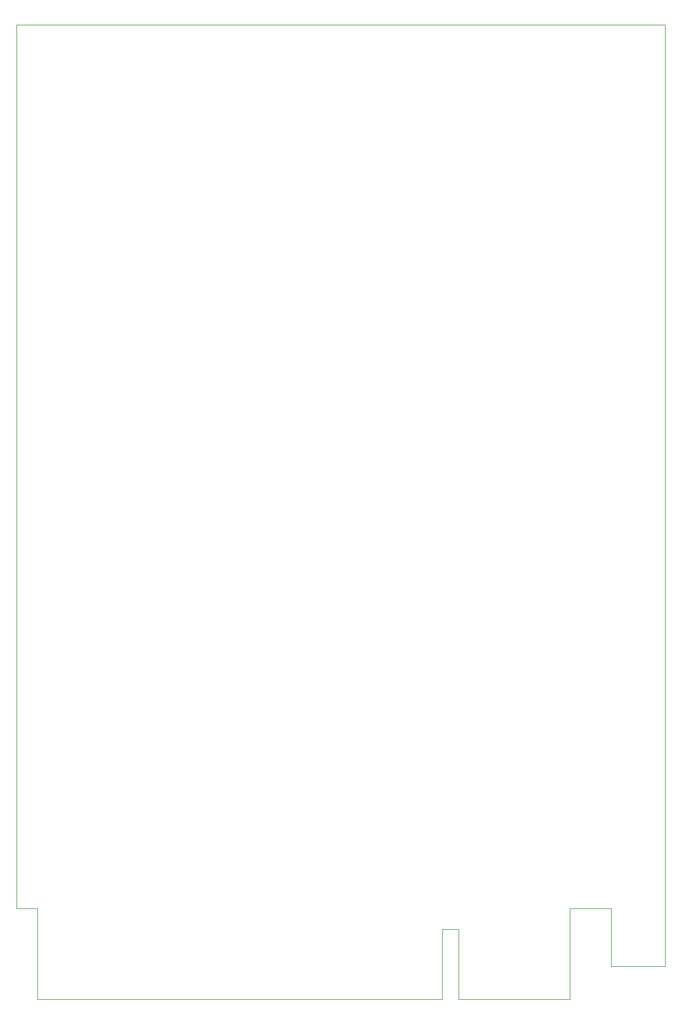
<source format=gbr>
G04 #@! TF.GenerationSoftware,KiCad,Pcbnew,5.99.0-unknown-bc0fc0b~88~ubuntu20.04.1*
G04 #@! TF.CreationDate,2020-05-08T18:16:53+02:00*
G04 #@! TF.ProjectId,beta128_r0.3,62657461-3132-4385-9f72-302e332e6b69,rev?*
G04 #@! TF.SameCoordinates,Original*
G04 #@! TF.FileFunction,Profile,NP*
%FSLAX46Y46*%
G04 Gerber Fmt 4.6, Leading zero omitted, Abs format (unit mm)*
G04 Created by KiCad (PCBNEW 5.99.0-unknown-bc0fc0b~88~ubuntu20.04.1) date 2020-05-08 18:16:53*
%MOMM*%
%LPD*%
G01*
G04 APERTURE LIST*
G04 #@! TA.AperFunction,Profile*
%ADD10C,0.100000*%
G04 #@! TD*
G04 APERTURE END LIST*
D10*
X123190000Y-170180000D02*
X129540000Y-170180000D01*
X38100000Y-170180000D02*
X41275000Y-170180000D01*
X123190000Y-184150000D02*
X123190000Y-170180000D01*
X106045000Y-184150000D02*
X123190000Y-184150000D01*
X106045000Y-173355000D02*
X106045000Y-184150000D01*
X103505000Y-173355000D02*
X106045000Y-173355000D01*
X103505000Y-184150000D02*
X103505000Y-173355000D01*
X41275000Y-184150000D02*
X103505000Y-184150000D01*
X41275000Y-170180000D02*
X41275000Y-184150000D01*
X137795000Y-170180000D02*
X137795000Y-171450000D01*
X137795000Y-179070000D02*
X137795000Y-171450000D01*
X129540000Y-179070000D02*
X129540000Y-170180000D01*
X137795000Y-179070000D02*
X129540000Y-179070000D01*
X38100000Y-170180000D02*
X38100000Y-34290000D01*
X137795000Y-34290000D02*
X38100000Y-34290000D01*
X137795000Y-170180000D02*
X137795000Y-34290000D01*
M02*

</source>
